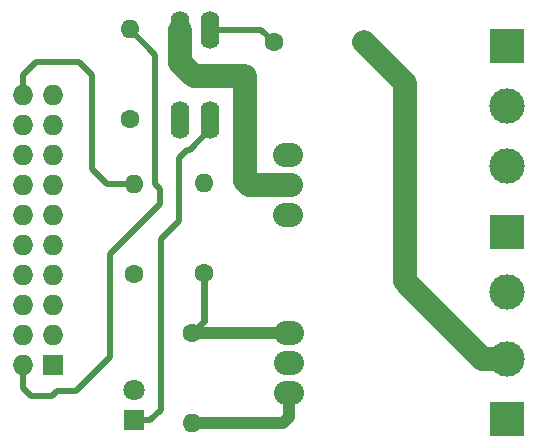
<source format=gbr>
G04 #@! TF.GenerationSoftware,KiCad,Pcbnew,(2017-11-24 revision a01d81e4b)-makepkg*
G04 #@! TF.CreationDate,2018-01-08T10:26:50+07:00*
G04 #@! TF.ProjectId,Motor DC power,4D6F746F7220444320706F7765722E6B,rev?*
G04 #@! TF.SameCoordinates,Original*
G04 #@! TF.FileFunction,Copper,L1,Top,Signal*
G04 #@! TF.FilePolarity,Positive*
%FSLAX46Y46*%
G04 Gerber Fmt 4.6, Leading zero omitted, Abs format (unit mm)*
G04 Created by KiCad (PCBNEW (2017-11-24 revision a01d81e4b)-makepkg) date 01/08/18 10:26:50*
%MOMM*%
%LPD*%
G01*
G04 APERTURE LIST*
%ADD10R,1.800000X1.800000*%
%ADD11C,1.800000*%
%ADD12C,1.600000*%
%ADD13O,1.600000X1.600000*%
%ADD14O,2.540000X2.032000*%
%ADD15R,1.727200X1.727200*%
%ADD16O,1.727200X1.727200*%
%ADD17R,3.000000X3.000000*%
%ADD18C,3.000000*%
%ADD19O,1.600000X3.200000*%
%ADD20C,0.500000*%
%ADD21C,1.000000*%
%ADD22C,0.600000*%
%ADD23C,2.000000*%
G04 APERTURE END LIST*
D10*
X112050000Y-121925000D03*
D11*
X112050000Y-119385000D03*
D12*
X117000000Y-114500000D03*
D13*
X117000000Y-122120000D03*
D14*
X125100000Y-101960000D03*
X125100000Y-104500000D03*
X125100000Y-99420000D03*
D15*
X105225000Y-117200000D03*
D16*
X102685000Y-117200000D03*
X105225000Y-114660000D03*
X102685000Y-114660000D03*
X105225000Y-112120000D03*
X102685000Y-112120000D03*
X105225000Y-109580000D03*
X102685000Y-109580000D03*
X105225000Y-107040000D03*
X102685000Y-107040000D03*
X105225000Y-104500000D03*
X102685000Y-104500000D03*
X105225000Y-101960000D03*
X102685000Y-101960000D03*
X105225000Y-99420000D03*
X102685000Y-99420000D03*
X105225000Y-96880000D03*
X102685000Y-96880000D03*
X105225000Y-94340000D03*
X102685000Y-94340000D03*
D17*
X143700000Y-90190000D03*
D18*
X143700000Y-95270000D03*
X143700000Y-100350000D03*
D17*
X143700000Y-106020000D03*
D18*
X143700000Y-111100000D03*
D17*
X143700000Y-121780000D03*
D18*
X143700000Y-116700000D03*
D14*
X125200000Y-117100000D03*
X125200000Y-119640000D03*
X125200000Y-114560000D03*
D12*
X111750000Y-96450000D03*
D13*
X111750000Y-88830000D03*
D12*
X123900000Y-89875000D03*
D13*
X131520000Y-89875000D03*
D12*
X112100000Y-109570000D03*
D13*
X112100000Y-101950000D03*
D12*
X118025000Y-109425000D03*
D13*
X118025000Y-101805000D03*
D19*
X116005000Y-96460000D03*
X118545000Y-96460000D03*
X118545000Y-88840000D03*
X116005000Y-88840000D03*
D20*
X116600000Y-99000000D02*
X116805000Y-99000000D01*
X116805000Y-99000000D02*
X118545000Y-97260000D01*
X118545000Y-97260000D02*
X118545000Y-96460000D01*
X115850000Y-99750000D02*
X116600000Y-99000000D01*
X115850000Y-105050000D02*
X115850000Y-99750000D01*
X114350000Y-106550000D02*
X115850000Y-105050000D01*
X114350000Y-121025000D02*
X114350000Y-106550000D01*
X112050000Y-121925000D02*
X113450000Y-121925000D01*
X113450000Y-121925000D02*
X114350000Y-121025000D01*
X118545000Y-97120400D02*
X118545000Y-96460000D01*
D21*
X125200000Y-114560000D02*
X117060000Y-114560000D01*
X117060000Y-114560000D02*
X117000000Y-114500000D01*
D22*
X118025000Y-109425000D02*
X118025000Y-113475000D01*
X118025000Y-113475000D02*
X117000000Y-114500000D01*
D20*
X118175000Y-109575000D02*
X118025000Y-109425000D01*
D21*
X125200000Y-119640000D02*
X125200000Y-121656000D01*
X125200000Y-121656000D02*
X124736000Y-122120000D01*
X124736000Y-122120000D02*
X118131370Y-122120000D01*
X118131370Y-122120000D02*
X117000000Y-122120000D01*
D23*
X135000000Y-110121320D02*
X135000000Y-93355000D01*
X135000000Y-93355000D02*
X131520000Y-89875000D01*
X143700000Y-116700000D02*
X141578680Y-116700000D01*
X141578680Y-116700000D02*
X135000000Y-110121320D01*
X125100000Y-101960000D02*
X121830000Y-101960000D01*
X121830000Y-101960000D02*
X121500000Y-101630000D01*
X121500000Y-101630000D02*
X121500000Y-92801684D01*
X121500000Y-92801684D02*
X117122275Y-92801684D01*
X117122275Y-92801684D02*
X116005000Y-91684409D01*
X116005000Y-91684409D02*
X116005000Y-88840000D01*
D20*
X113875000Y-101874998D02*
X113875000Y-90955000D01*
X113875000Y-90955000D02*
X111750000Y-88830000D01*
X114325000Y-103575000D02*
X114325000Y-102324998D01*
X114325000Y-102324998D02*
X113875000Y-101874998D01*
X110025000Y-107875000D02*
X114325000Y-103575000D01*
X110025000Y-116550000D02*
X110025000Y-107875000D01*
X107150000Y-119425000D02*
X110025000Y-116550000D01*
X105537202Y-119425000D02*
X107150000Y-119425000D01*
X103325000Y-119850000D02*
X105112202Y-119850000D01*
X105112202Y-119850000D02*
X105537202Y-119425000D01*
X102685000Y-119210000D02*
X103325000Y-119850000D01*
X102685000Y-117200000D02*
X102685000Y-119210000D01*
X103750000Y-91625000D02*
X102685000Y-92690000D01*
X102685000Y-92690000D02*
X102685000Y-94340000D01*
X107450000Y-91625000D02*
X103750000Y-91625000D01*
X108525000Y-92700000D02*
X107450000Y-91625000D01*
X108525000Y-100650000D02*
X108525000Y-92700000D01*
X109825000Y-101950000D02*
X108525000Y-100650000D01*
X112100000Y-101950000D02*
X109825000Y-101950000D01*
X118545000Y-88840000D02*
X122865000Y-88840000D01*
X122865000Y-88840000D02*
X123900000Y-89875000D01*
M02*

</source>
